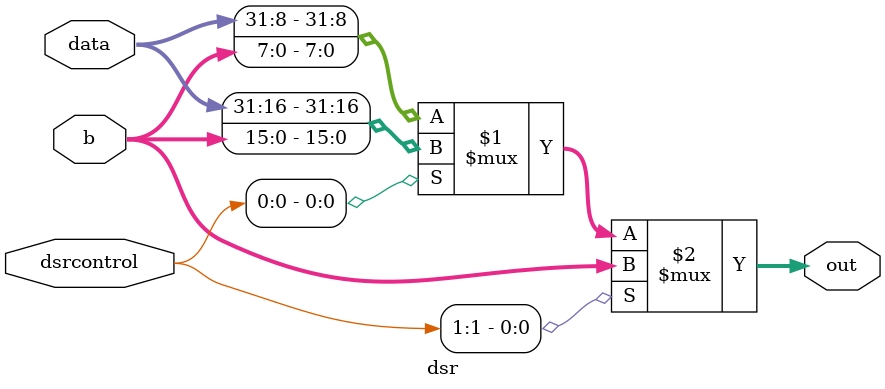
<source format=v>
module dsr (b, data, dsrcontrol, out);
    input wire [31:0] b;
    input wire [31:0] data;
    input wire [1:0] dsrcontrol;
    output wire [31:0] out;

    assign out = (dsrcontrol[1]) ? b : ((dsrcontrol[0]) ? {data[31:16], b[15:0]} : {data[31:8], b[7:0]}); //ver se ta certo
endmodule
</source>
